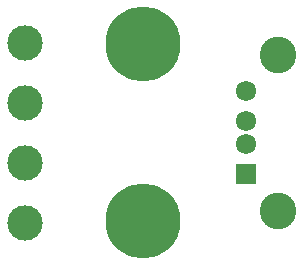
<source format=gbs>
%FSLAX33Y33*%
%MOMM*%
%AMRect-W1720000-H1720000-RO1.500*
21,1,1.72,1.72,0.,0.,90*%
%ADD10C,3.*%
%ADD11C,6.35*%
%ADD12C,1.72*%
%ADD13C,3.1*%
%ADD14Rect-W1720000-H1720000-RO1.500*%
D10*
%LNbottom solder mask_traces*%
%LNbottom solder mask component f0fb2731934dc838*%
G01*
X5000Y20120D03*
X5000Y15040D03*
X5000Y9960D03*
X5000Y4880D03*
%LNbottom solder mask component 8d7f5a6846472cc6*%
D11*
X15000Y5000D03*
%LNbottom solder mask component 442748f89a67850a*%
D12*
X23700Y11500D03*
X23700Y13500D03*
X23700Y16040D03*
D13*
X26410Y19110D03*
X26410Y5890D03*
D14*
X23700Y8960D03*
%LNbottom solder mask component f5205f3a868a2325*%
D11*
X15000Y20000D03*
M02*
</source>
